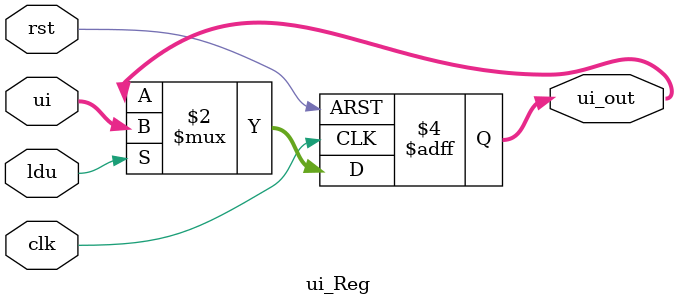
<source format=v>
module ui_Reg (
    input clk,
    rst,
    ldu,
    input [1:0] ui,
    output reg [1:0] ui_out
);

  always @(posedge clk, posedge rst) begin
    if (rst) ui_out <= 0;
    else if (ldu) ui_out <= ui;
  end

endmodule


</source>
